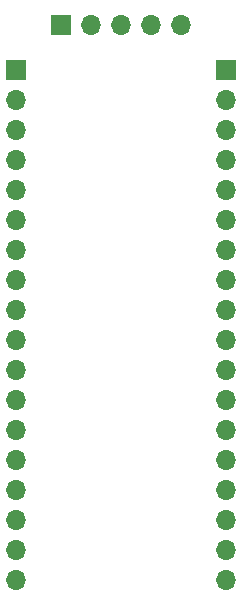
<source format=gbr>
%TF.GenerationSoftware,KiCad,Pcbnew,8.0.2*%
%TF.CreationDate,2024-07-28T15:43:25-06:00*%
%TF.ProjectId,stm32_devboard,73746d33-325f-4646-9576-626f6172642e,rev?*%
%TF.SameCoordinates,Original*%
%TF.FileFunction,Soldermask,Bot*%
%TF.FilePolarity,Negative*%
%FSLAX46Y46*%
G04 Gerber Fmt 4.6, Leading zero omitted, Abs format (unit mm)*
G04 Created by KiCad (PCBNEW 8.0.2) date 2024-07-28 15:43:25*
%MOMM*%
%LPD*%
G01*
G04 APERTURE LIST*
%ADD10R,1.700000X1.700000*%
%ADD11O,1.700000X1.700000*%
G04 APERTURE END LIST*
D10*
%TO.C,Prog1*%
X135890000Y-73660000D03*
D11*
X138430000Y-73660000D03*
X140970000Y-73660000D03*
X143510000Y-73660000D03*
X146050000Y-73660000D03*
%TD*%
D10*
%TO.C,GPIO1*%
X149860000Y-77470000D03*
D11*
X149860000Y-80010000D03*
X149860000Y-82550000D03*
X149860000Y-85090000D03*
X149860000Y-87630000D03*
X149860000Y-90170000D03*
X149860000Y-92710000D03*
X149860000Y-95250000D03*
X149860000Y-97790000D03*
X149860000Y-100330000D03*
X149860000Y-102870000D03*
X149860000Y-105410000D03*
X149860000Y-107950000D03*
X149860000Y-110490000D03*
X149860000Y-113030000D03*
X149860000Y-115570000D03*
X149860000Y-118110000D03*
X149860000Y-120650000D03*
%TD*%
D10*
%TO.C,GPIO2*%
X132080000Y-77470000D03*
D11*
X132080000Y-80010000D03*
X132080000Y-82550000D03*
X132080000Y-85090000D03*
X132080000Y-87630000D03*
X132080000Y-90170000D03*
X132080000Y-92710000D03*
X132080000Y-95250000D03*
X132080000Y-97790000D03*
X132080000Y-100330000D03*
X132080000Y-102870000D03*
X132080000Y-105410000D03*
X132080000Y-107950000D03*
X132080000Y-110490000D03*
X132080000Y-113030000D03*
X132080000Y-115570000D03*
X132080000Y-118110000D03*
X132080000Y-120650000D03*
%TD*%
M02*

</source>
